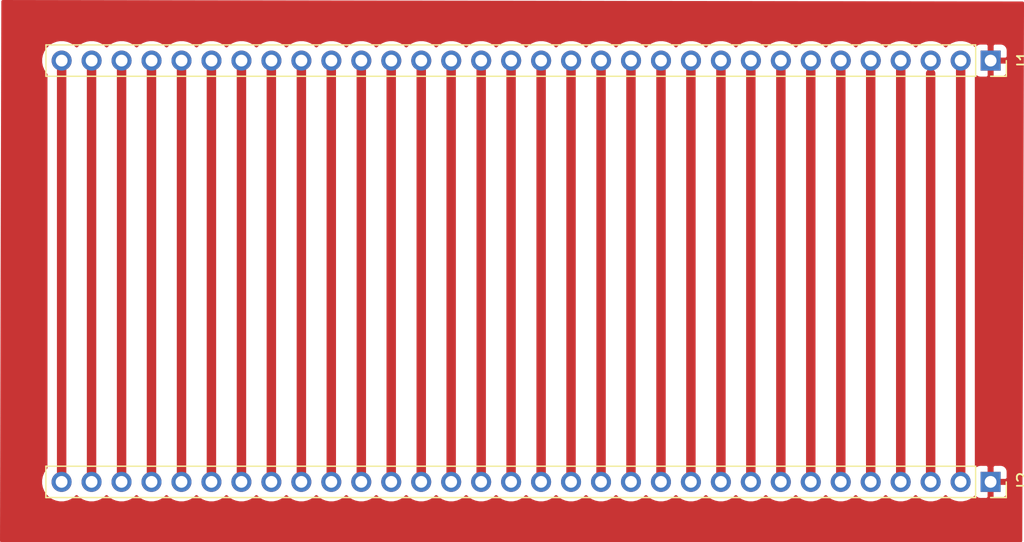
<source format=kicad_pcb>
(kicad_pcb (version 20171130) (host pcbnew 5.1.5+dfsg1-2build2)

  (general
    (thickness 1.6)
    (drawings 0)
    (tracks 63)
    (zones 0)
    (modules 2)
    (nets 33)
  )

  (page A4)
  (layers
    (0 F.Cu signal)
    (31 B.Cu signal hide)
    (32 B.Adhes user hide)
    (33 F.Adhes user hide)
    (34 B.Paste user hide)
    (35 F.Paste user hide)
    (36 B.SilkS user hide)
    (37 F.SilkS user hide)
    (38 B.Mask user hide)
    (39 F.Mask user hide)
    (40 Dwgs.User user hide)
    (41 Cmts.User user hide)
    (42 Eco1.User user hide)
    (43 Eco2.User user hide)
    (44 Edge.Cuts user hide)
    (45 Margin user hide)
    (46 B.CrtYd user hide)
    (47 F.CrtYd user hide)
    (48 B.Fab user hide)
    (49 F.Fab user hide)
  )

  (setup
    (last_trace_width 0.25)
    (trace_clearance 0.2)
    (zone_clearance 0.508)
    (zone_45_only no)
    (trace_min 0.2)
    (via_size 0.8)
    (via_drill 0.4)
    (via_min_size 0.4)
    (via_min_drill 0.3)
    (uvia_size 0.3)
    (uvia_drill 0.1)
    (uvias_allowed no)
    (uvia_min_size 0.2)
    (uvia_min_drill 0.1)
    (edge_width 0.05)
    (segment_width 0.2)
    (pcb_text_width 0.3)
    (pcb_text_size 1.5 1.5)
    (mod_edge_width 0.12)
    (mod_text_size 1 1)
    (mod_text_width 0.15)
    (pad_size 1.524 1.524)
    (pad_drill 0.762)
    (pad_to_mask_clearance 0.051)
    (solder_mask_min_width 0.25)
    (aux_axis_origin 0 0)
    (visible_elements FFFFFF7F)
    (pcbplotparams
      (layerselection 0x010fc_ffffffff)
      (usegerberextensions false)
      (usegerberattributes false)
      (usegerberadvancedattributes false)
      (creategerberjobfile false)
      (excludeedgelayer true)
      (linewidth 0.100000)
      (plotframeref false)
      (viasonmask false)
      (mode 1)
      (useauxorigin false)
      (hpglpennumber 1)
      (hpglpenspeed 20)
      (hpglpendiameter 15.000000)
      (psnegative false)
      (psa4output false)
      (plotreference true)
      (plotvalue true)
      (plotinvisibletext false)
      (padsonsilk false)
      (subtractmaskfromsilk false)
      (outputformat 1)
      (mirror false)
      (drillshape 0)
      (scaleselection 1)
      (outputdirectory ""))
  )

  (net 0 "")
  (net 1 "Net-(J1-Pad32)")
  (net 2 "Net-(J1-Pad31)")
  (net 3 "Net-(J1-Pad30)")
  (net 4 "Net-(J1-Pad29)")
  (net 5 "Net-(J1-Pad28)")
  (net 6 "Net-(J1-Pad27)")
  (net 7 "Net-(J1-Pad26)")
  (net 8 "Net-(J1-Pad25)")
  (net 9 "Net-(J1-Pad24)")
  (net 10 "Net-(J1-Pad23)")
  (net 11 "Net-(J1-Pad22)")
  (net 12 "Net-(J1-Pad21)")
  (net 13 "Net-(J1-Pad20)")
  (net 14 "Net-(J1-Pad19)")
  (net 15 "Net-(J1-Pad18)")
  (net 16 "Net-(J1-Pad17)")
  (net 17 "Net-(J1-Pad16)")
  (net 18 "Net-(J1-Pad15)")
  (net 19 "Net-(J1-Pad14)")
  (net 20 "Net-(J1-Pad13)")
  (net 21 "Net-(J1-Pad12)")
  (net 22 "Net-(J1-Pad11)")
  (net 23 "Net-(J1-Pad10)")
  (net 24 "Net-(J1-Pad9)")
  (net 25 "Net-(J1-Pad8)")
  (net 26 "Net-(J1-Pad7)")
  (net 27 "Net-(J1-Pad6)")
  (net 28 "Net-(J1-Pad5)")
  (net 29 "Net-(J1-Pad4)")
  (net 30 "Net-(J1-Pad3)")
  (net 31 "Net-(J1-Pad2)")
  (net 32 GND)

  (net_class Default "This is the default net class."
    (clearance 0.2)
    (trace_width 0.25)
    (via_dia 0.8)
    (via_drill 0.4)
    (uvia_dia 0.3)
    (uvia_drill 0.1)
    (add_net GND)
  )

  (net_class Clearance ""
    (clearance 0.8)
    (trace_width 0.8)
    (via_dia 0.8)
    (via_drill 0.4)
    (uvia_dia 0.3)
    (uvia_drill 0.1)
    (add_net "Net-(J1-Pad10)")
    (add_net "Net-(J1-Pad11)")
    (add_net "Net-(J1-Pad12)")
    (add_net "Net-(J1-Pad13)")
    (add_net "Net-(J1-Pad14)")
    (add_net "Net-(J1-Pad15)")
    (add_net "Net-(J1-Pad16)")
    (add_net "Net-(J1-Pad17)")
    (add_net "Net-(J1-Pad18)")
    (add_net "Net-(J1-Pad19)")
    (add_net "Net-(J1-Pad2)")
    (add_net "Net-(J1-Pad20)")
    (add_net "Net-(J1-Pad21)")
    (add_net "Net-(J1-Pad22)")
    (add_net "Net-(J1-Pad23)")
    (add_net "Net-(J1-Pad24)")
    (add_net "Net-(J1-Pad25)")
    (add_net "Net-(J1-Pad26)")
    (add_net "Net-(J1-Pad27)")
    (add_net "Net-(J1-Pad28)")
    (add_net "Net-(J1-Pad29)")
    (add_net "Net-(J1-Pad3)")
    (add_net "Net-(J1-Pad30)")
    (add_net "Net-(J1-Pad31)")
    (add_net "Net-(J1-Pad32)")
    (add_net "Net-(J1-Pad4)")
    (add_net "Net-(J1-Pad5)")
    (add_net "Net-(J1-Pad6)")
    (add_net "Net-(J1-Pad7)")
    (add_net "Net-(J1-Pad8)")
    (add_net "Net-(J1-Pad9)")
  )

  (module Connector_PinSocket_2.54mm:PinSocket_1x32_P2.54mm_Vertical (layer F.Cu) (tedit 5A19A422) (tstamp 6051D79A)
    (at 96.45904 17.8054 270)
    (descr "Through hole straight socket strip, 1x32, 2.54mm pitch, single row (from Kicad 4.0.7), script generated")
    (tags "Through hole socket strip THT 1x32 2.54mm single row")
    (path /60523061)
    (fp_text reference J1 (at 0 -2.77 90) (layer F.SilkS)
      (effects (font (size 1 1) (thickness 0.15)))
    )
    (fp_text value Conn_01x32_Female (at 0 81.51 90) (layer F.Fab)
      (effects (font (size 1 1) (thickness 0.15)))
    )
    (fp_line (start -1.27 -1.27) (end 0.635 -1.27) (layer F.Fab) (width 0.1))
    (fp_line (start 0.635 -1.27) (end 1.27 -0.635) (layer F.Fab) (width 0.1))
    (fp_line (start 1.27 -0.635) (end 1.27 80.01) (layer F.Fab) (width 0.1))
    (fp_line (start 1.27 80.01) (end -1.27 80.01) (layer F.Fab) (width 0.1))
    (fp_line (start -1.27 80.01) (end -1.27 -1.27) (layer F.Fab) (width 0.1))
    (fp_line (start -1.33 1.27) (end 1.33 1.27) (layer F.SilkS) (width 0.12))
    (fp_line (start -1.33 1.27) (end -1.33 80.07) (layer F.SilkS) (width 0.12))
    (fp_line (start -1.33 80.07) (end 1.33 80.07) (layer F.SilkS) (width 0.12))
    (fp_line (start 1.33 1.27) (end 1.33 80.07) (layer F.SilkS) (width 0.12))
    (fp_line (start 1.33 -1.33) (end 1.33 0) (layer F.SilkS) (width 0.12))
    (fp_line (start 0 -1.33) (end 1.33 -1.33) (layer F.SilkS) (width 0.12))
    (fp_line (start -1.8 -1.8) (end 1.75 -1.8) (layer F.CrtYd) (width 0.05))
    (fp_line (start 1.75 -1.8) (end 1.75 80.55) (layer F.CrtYd) (width 0.05))
    (fp_line (start 1.75 80.55) (end -1.8 80.55) (layer F.CrtYd) (width 0.05))
    (fp_line (start -1.8 80.55) (end -1.8 -1.8) (layer F.CrtYd) (width 0.05))
    (fp_text user %R (at 0 39.37) (layer F.Fab)
      (effects (font (size 1 1) (thickness 0.15)))
    )
    (pad 1 thru_hole rect (at 0 0 270) (size 1.7 1.7) (drill 1) (layers *.Cu *.Mask)
      (net 32 GND))
    (pad 2 thru_hole oval (at 0 2.54 270) (size 1.7 1.7) (drill 1) (layers *.Cu *.Mask)
      (net 31 "Net-(J1-Pad2)"))
    (pad 3 thru_hole oval (at 0 5.08 270) (size 1.7 1.7) (drill 1) (layers *.Cu *.Mask)
      (net 30 "Net-(J1-Pad3)"))
    (pad 4 thru_hole oval (at 0 7.62 270) (size 1.7 1.7) (drill 1) (layers *.Cu *.Mask)
      (net 29 "Net-(J1-Pad4)"))
    (pad 5 thru_hole oval (at 0 10.16 270) (size 1.7 1.7) (drill 1) (layers *.Cu *.Mask)
      (net 28 "Net-(J1-Pad5)"))
    (pad 6 thru_hole oval (at 0 12.7 270) (size 1.7 1.7) (drill 1) (layers *.Cu *.Mask)
      (net 27 "Net-(J1-Pad6)"))
    (pad 7 thru_hole oval (at 0 15.24 270) (size 1.7 1.7) (drill 1) (layers *.Cu *.Mask)
      (net 26 "Net-(J1-Pad7)"))
    (pad 8 thru_hole oval (at 0 17.78 270) (size 1.7 1.7) (drill 1) (layers *.Cu *.Mask)
      (net 25 "Net-(J1-Pad8)"))
    (pad 9 thru_hole oval (at 0 20.32 270) (size 1.7 1.7) (drill 1) (layers *.Cu *.Mask)
      (net 24 "Net-(J1-Pad9)"))
    (pad 10 thru_hole oval (at 0 22.86 270) (size 1.7 1.7) (drill 1) (layers *.Cu *.Mask)
      (net 23 "Net-(J1-Pad10)"))
    (pad 11 thru_hole oval (at 0 25.4 270) (size 1.7 1.7) (drill 1) (layers *.Cu *.Mask)
      (net 22 "Net-(J1-Pad11)"))
    (pad 12 thru_hole oval (at 0 27.94 270) (size 1.7 1.7) (drill 1) (layers *.Cu *.Mask)
      (net 21 "Net-(J1-Pad12)"))
    (pad 13 thru_hole oval (at 0 30.48 270) (size 1.7 1.7) (drill 1) (layers *.Cu *.Mask)
      (net 20 "Net-(J1-Pad13)"))
    (pad 14 thru_hole oval (at 0 33.02 270) (size 1.7 1.7) (drill 1) (layers *.Cu *.Mask)
      (net 19 "Net-(J1-Pad14)"))
    (pad 15 thru_hole oval (at 0 35.56 270) (size 1.7 1.7) (drill 1) (layers *.Cu *.Mask)
      (net 18 "Net-(J1-Pad15)"))
    (pad 16 thru_hole oval (at 0 38.1 270) (size 1.7 1.7) (drill 1) (layers *.Cu *.Mask)
      (net 17 "Net-(J1-Pad16)"))
    (pad 17 thru_hole oval (at 0 40.64 270) (size 1.7 1.7) (drill 1) (layers *.Cu *.Mask)
      (net 16 "Net-(J1-Pad17)"))
    (pad 18 thru_hole oval (at 0 43.18 270) (size 1.7 1.7) (drill 1) (layers *.Cu *.Mask)
      (net 15 "Net-(J1-Pad18)"))
    (pad 19 thru_hole oval (at 0 45.72 270) (size 1.7 1.7) (drill 1) (layers *.Cu *.Mask)
      (net 14 "Net-(J1-Pad19)"))
    (pad 20 thru_hole oval (at 0 48.26 270) (size 1.7 1.7) (drill 1) (layers *.Cu *.Mask)
      (net 13 "Net-(J1-Pad20)"))
    (pad 21 thru_hole oval (at 0 50.8 270) (size 1.7 1.7) (drill 1) (layers *.Cu *.Mask)
      (net 12 "Net-(J1-Pad21)"))
    (pad 22 thru_hole oval (at 0 53.34 270) (size 1.7 1.7) (drill 1) (layers *.Cu *.Mask)
      (net 11 "Net-(J1-Pad22)"))
    (pad 23 thru_hole oval (at 0 55.88 270) (size 1.7 1.7) (drill 1) (layers *.Cu *.Mask)
      (net 10 "Net-(J1-Pad23)"))
    (pad 24 thru_hole oval (at 0 58.42 270) (size 1.7 1.7) (drill 1) (layers *.Cu *.Mask)
      (net 9 "Net-(J1-Pad24)"))
    (pad 25 thru_hole oval (at 0 60.96 270) (size 1.7 1.7) (drill 1) (layers *.Cu *.Mask)
      (net 8 "Net-(J1-Pad25)"))
    (pad 26 thru_hole oval (at 0 63.5 270) (size 1.7 1.7) (drill 1) (layers *.Cu *.Mask)
      (net 7 "Net-(J1-Pad26)"))
    (pad 27 thru_hole oval (at 0 66.04 270) (size 1.7 1.7) (drill 1) (layers *.Cu *.Mask)
      (net 6 "Net-(J1-Pad27)"))
    (pad 28 thru_hole oval (at 0 68.58 270) (size 1.7 1.7) (drill 1) (layers *.Cu *.Mask)
      (net 5 "Net-(J1-Pad28)"))
    (pad 29 thru_hole oval (at 0 71.12 270) (size 1.7 1.7) (drill 1) (layers *.Cu *.Mask)
      (net 4 "Net-(J1-Pad29)"))
    (pad 30 thru_hole oval (at 0 73.66 270) (size 1.7 1.7) (drill 1) (layers *.Cu *.Mask)
      (net 3 "Net-(J1-Pad30)"))
    (pad 31 thru_hole oval (at 0 76.2 270) (size 1.7 1.7) (drill 1) (layers *.Cu *.Mask)
      (net 2 "Net-(J1-Pad31)"))
    (pad 32 thru_hole oval (at 0 78.74 270) (size 1.7 1.7) (drill 1) (layers *.Cu *.Mask)
      (net 1 "Net-(J1-Pad32)"))
    (model ${KISYS3DMOD}/Connector_PinSocket_2.54mm.3dshapes/PinSocket_1x32_P2.54mm_Vertical.wrl
      (at (xyz 0 0 0))
      (scale (xyz 1 1 1))
      (rotate (xyz 0 0 0))
    )
  )

  (module Connector_PinSocket_2.54mm:PinSocket_1x32_P2.54mm_Vertical (layer F.Cu) (tedit 5A19A422) (tstamp 6051D7CE)
    (at 96.45396 53.54574 270)
    (descr "Through hole straight socket strip, 1x32, 2.54mm pitch, single row (from Kicad 4.0.7), script generated")
    (tags "Through hole socket strip THT 1x32 2.54mm single row")
    (path /6052A09E)
    (fp_text reference J2 (at 0 -2.77 90) (layer F.SilkS)
      (effects (font (size 1 1) (thickness 0.15)))
    )
    (fp_text value Conn_01x32_Female (at 0 81.51 90) (layer F.Fab)
      (effects (font (size 1 1) (thickness 0.15)))
    )
    (fp_line (start -1.27 -1.27) (end 0.635 -1.27) (layer F.Fab) (width 0.1))
    (fp_line (start 0.635 -1.27) (end 1.27 -0.635) (layer F.Fab) (width 0.1))
    (fp_line (start 1.27 -0.635) (end 1.27 80.01) (layer F.Fab) (width 0.1))
    (fp_line (start 1.27 80.01) (end -1.27 80.01) (layer F.Fab) (width 0.1))
    (fp_line (start -1.27 80.01) (end -1.27 -1.27) (layer F.Fab) (width 0.1))
    (fp_line (start -1.33 1.27) (end 1.33 1.27) (layer F.SilkS) (width 0.12))
    (fp_line (start -1.33 1.27) (end -1.33 80.07) (layer F.SilkS) (width 0.12))
    (fp_line (start -1.33 80.07) (end 1.33 80.07) (layer F.SilkS) (width 0.12))
    (fp_line (start 1.33 1.27) (end 1.33 80.07) (layer F.SilkS) (width 0.12))
    (fp_line (start 1.33 -1.33) (end 1.33 0) (layer F.SilkS) (width 0.12))
    (fp_line (start 0 -1.33) (end 1.33 -1.33) (layer F.SilkS) (width 0.12))
    (fp_line (start -1.8 -1.8) (end 1.75 -1.8) (layer F.CrtYd) (width 0.05))
    (fp_line (start 1.75 -1.8) (end 1.75 80.55) (layer F.CrtYd) (width 0.05))
    (fp_line (start 1.75 80.55) (end -1.8 80.55) (layer F.CrtYd) (width 0.05))
    (fp_line (start -1.8 80.55) (end -1.8 -1.8) (layer F.CrtYd) (width 0.05))
    (fp_text user %R (at 0 39.37) (layer F.Fab)
      (effects (font (size 1 1) (thickness 0.15)))
    )
    (pad 1 thru_hole rect (at 0 0 270) (size 1.7 1.7) (drill 1) (layers *.Cu *.Mask)
      (net 32 GND))
    (pad 2 thru_hole oval (at 0 2.54 270) (size 1.7 1.7) (drill 1) (layers *.Cu *.Mask)
      (net 31 "Net-(J1-Pad2)"))
    (pad 3 thru_hole oval (at 0 5.08 270) (size 1.7 1.7) (drill 1) (layers *.Cu *.Mask)
      (net 30 "Net-(J1-Pad3)"))
    (pad 4 thru_hole oval (at 0 7.62 270) (size 1.7 1.7) (drill 1) (layers *.Cu *.Mask)
      (net 29 "Net-(J1-Pad4)"))
    (pad 5 thru_hole oval (at 0 10.16 270) (size 1.7 1.7) (drill 1) (layers *.Cu *.Mask)
      (net 28 "Net-(J1-Pad5)"))
    (pad 6 thru_hole oval (at 0 12.7 270) (size 1.7 1.7) (drill 1) (layers *.Cu *.Mask)
      (net 27 "Net-(J1-Pad6)"))
    (pad 7 thru_hole oval (at 0 15.24 270) (size 1.7 1.7) (drill 1) (layers *.Cu *.Mask)
      (net 26 "Net-(J1-Pad7)"))
    (pad 8 thru_hole oval (at 0 17.78 270) (size 1.7 1.7) (drill 1) (layers *.Cu *.Mask)
      (net 25 "Net-(J1-Pad8)"))
    (pad 9 thru_hole oval (at 0 20.32 270) (size 1.7 1.7) (drill 1) (layers *.Cu *.Mask)
      (net 24 "Net-(J1-Pad9)"))
    (pad 10 thru_hole oval (at 0 22.86 270) (size 1.7 1.7) (drill 1) (layers *.Cu *.Mask)
      (net 23 "Net-(J1-Pad10)"))
    (pad 11 thru_hole oval (at 0 25.4 270) (size 1.7 1.7) (drill 1) (layers *.Cu *.Mask)
      (net 22 "Net-(J1-Pad11)"))
    (pad 12 thru_hole oval (at 0 27.94 270) (size 1.7 1.7) (drill 1) (layers *.Cu *.Mask)
      (net 21 "Net-(J1-Pad12)"))
    (pad 13 thru_hole oval (at 0 30.48 270) (size 1.7 1.7) (drill 1) (layers *.Cu *.Mask)
      (net 20 "Net-(J1-Pad13)"))
    (pad 14 thru_hole oval (at 0 33.02 270) (size 1.7 1.7) (drill 1) (layers *.Cu *.Mask)
      (net 19 "Net-(J1-Pad14)"))
    (pad 15 thru_hole oval (at 0 35.56 270) (size 1.7 1.7) (drill 1) (layers *.Cu *.Mask)
      (net 18 "Net-(J1-Pad15)"))
    (pad 16 thru_hole oval (at 0 38.1 270) (size 1.7 1.7) (drill 1) (layers *.Cu *.Mask)
      (net 17 "Net-(J1-Pad16)"))
    (pad 17 thru_hole oval (at 0 40.64 270) (size 1.7 1.7) (drill 1) (layers *.Cu *.Mask)
      (net 16 "Net-(J1-Pad17)"))
    (pad 18 thru_hole oval (at 0 43.18 270) (size 1.7 1.7) (drill 1) (layers *.Cu *.Mask)
      (net 15 "Net-(J1-Pad18)"))
    (pad 19 thru_hole oval (at 0 45.72 270) (size 1.7 1.7) (drill 1) (layers *.Cu *.Mask)
      (net 14 "Net-(J1-Pad19)"))
    (pad 20 thru_hole oval (at 0 48.26 270) (size 1.7 1.7) (drill 1) (layers *.Cu *.Mask)
      (net 13 "Net-(J1-Pad20)"))
    (pad 21 thru_hole oval (at 0 50.8 270) (size 1.7 1.7) (drill 1) (layers *.Cu *.Mask)
      (net 12 "Net-(J1-Pad21)"))
    (pad 22 thru_hole oval (at 0 53.34 270) (size 1.7 1.7) (drill 1) (layers *.Cu *.Mask)
      (net 11 "Net-(J1-Pad22)"))
    (pad 23 thru_hole oval (at 0 55.88 270) (size 1.7 1.7) (drill 1) (layers *.Cu *.Mask)
      (net 10 "Net-(J1-Pad23)"))
    (pad 24 thru_hole oval (at 0 58.42 270) (size 1.7 1.7) (drill 1) (layers *.Cu *.Mask)
      (net 9 "Net-(J1-Pad24)"))
    (pad 25 thru_hole oval (at 0 60.96 270) (size 1.7 1.7) (drill 1) (layers *.Cu *.Mask)
      (net 8 "Net-(J1-Pad25)"))
    (pad 26 thru_hole oval (at 0 63.5 270) (size 1.7 1.7) (drill 1) (layers *.Cu *.Mask)
      (net 7 "Net-(J1-Pad26)"))
    (pad 27 thru_hole oval (at 0 66.04 270) (size 1.7 1.7) (drill 1) (layers *.Cu *.Mask)
      (net 6 "Net-(J1-Pad27)"))
    (pad 28 thru_hole oval (at 0 68.58 270) (size 1.7 1.7) (drill 1) (layers *.Cu *.Mask)
      (net 5 "Net-(J1-Pad28)"))
    (pad 29 thru_hole oval (at 0 71.12 270) (size 1.7 1.7) (drill 1) (layers *.Cu *.Mask)
      (net 4 "Net-(J1-Pad29)"))
    (pad 30 thru_hole oval (at 0 73.66 270) (size 1.7 1.7) (drill 1) (layers *.Cu *.Mask)
      (net 3 "Net-(J1-Pad30)"))
    (pad 31 thru_hole oval (at 0 76.2 270) (size 1.7 1.7) (drill 1) (layers *.Cu *.Mask)
      (net 2 "Net-(J1-Pad31)"))
    (pad 32 thru_hole oval (at 0 78.74 270) (size 1.7 1.7) (drill 1) (layers *.Cu *.Mask)
      (net 1 "Net-(J1-Pad32)"))
    (model ${KISYS3DMOD}/Connector_PinSocket_2.54mm.3dshapes/PinSocket_1x32_P2.54mm_Vertical.wrl
      (at (xyz 0 0 0))
      (scale (xyz 1 1 1))
      (rotate (xyz 0 0 0))
    )
  )

  (segment (start 17.71904 53.54066) (end 17.71396 53.54574) (width 0.8) (layer F.Cu) (net 1))
  (segment (start 17.71904 17.8054) (end 17.71904 53.54066) (width 0.8) (layer F.Cu) (net 1))
  (segment (start 20.25396 17.81048) (end 20.25904 17.8054) (width 0.8) (layer F.Cu) (net 2))
  (segment (start 20.25396 53.54574) (end 20.25396 17.81048) (width 0.8) (layer F.Cu) (net 2))
  (segment (start 22.79904 53.54066) (end 22.79396 53.54574) (width 0.8) (layer F.Cu) (net 3))
  (segment (start 22.79904 17.8054) (end 22.79904 53.54066) (width 0.8) (layer F.Cu) (net 3))
  (segment (start 25.33396 17.81048) (end 25.33904 17.8054) (width 0.8) (layer F.Cu) (net 4))
  (segment (start 25.33396 53.54574) (end 25.33396 17.81048) (width 0.8) (layer F.Cu) (net 4))
  (segment (start 27.87904 53.54066) (end 27.87396 53.54574) (width 0.8) (layer F.Cu) (net 5))
  (segment (start 27.87904 17.8054) (end 27.87904 53.54066) (width 0.8) (layer F.Cu) (net 5))
  (segment (start 30.41396 17.81048) (end 30.41904 17.8054) (width 0.8) (layer F.Cu) (net 6))
  (segment (start 30.41396 53.54574) (end 30.41396 17.81048) (width 0.8) (layer F.Cu) (net 6))
  (segment (start 32.95904 53.54066) (end 32.95396 53.54574) (width 0.8) (layer F.Cu) (net 7))
  (segment (start 32.95904 17.8054) (end 32.95904 53.54066) (width 0.8) (layer F.Cu) (net 7))
  (segment (start 35.49396 17.81048) (end 35.49904 17.8054) (width 0.8) (layer F.Cu) (net 8))
  (segment (start 35.49396 53.54574) (end 35.49396 17.81048) (width 0.8) (layer F.Cu) (net 8))
  (segment (start 38.03904 53.54066) (end 38.03396 53.54574) (width 0.8) (layer F.Cu) (net 9))
  (segment (start 38.03904 17.8054) (end 38.03904 53.54066) (width 0.8) (layer F.Cu) (net 9))
  (segment (start 40.57396 17.81048) (end 40.57904 17.8054) (width 0.8) (layer F.Cu) (net 10))
  (segment (start 40.57396 53.54574) (end 40.57396 17.81048) (width 0.8) (layer F.Cu) (net 10))
  (segment (start 43.11904 53.54066) (end 43.11396 53.54574) (width 0.8) (layer F.Cu) (net 11))
  (segment (start 43.11904 17.8054) (end 43.11904 53.54066) (width 0.8) (layer F.Cu) (net 11))
  (segment (start 45.65396 17.81048) (end 45.65904 17.8054) (width 0.8) (layer F.Cu) (net 12))
  (segment (start 45.65396 53.54574) (end 45.65396 17.81048) (width 0.8) (layer F.Cu) (net 12))
  (segment (start 48.19904 53.54066) (end 48.19396 53.54574) (width 0.8) (layer F.Cu) (net 13))
  (segment (start 48.19904 17.8054) (end 48.19904 53.54066) (width 0.8) (layer F.Cu) (net 13))
  (segment (start 50.73396 17.81048) (end 50.73904 17.8054) (width 0.8) (layer F.Cu) (net 14))
  (segment (start 50.73396 53.54574) (end 50.73396 17.81048) (width 0.8) (layer F.Cu) (net 14))
  (segment (start 53.27904 53.54066) (end 53.27396 53.54574) (width 0.8) (layer F.Cu) (net 15))
  (segment (start 53.27904 17.8054) (end 53.27904 53.54066) (width 0.8) (layer F.Cu) (net 15))
  (segment (start 55.81396 17.81048) (end 55.81904 17.8054) (width 0.8) (layer F.Cu) (net 16))
  (segment (start 55.81396 53.54574) (end 55.81396 17.81048) (width 0.8) (layer F.Cu) (net 16))
  (segment (start 58.35904 53.54066) (end 58.35396 53.54574) (width 0.8) (layer F.Cu) (net 17))
  (segment (start 58.35904 17.8054) (end 58.35904 53.54066) (width 0.8) (layer F.Cu) (net 17))
  (segment (start 60.89396 17.81048) (end 60.89904 17.8054) (width 0.8) (layer F.Cu) (net 18))
  (segment (start 60.89396 53.54574) (end 60.89396 17.81048) (width 0.8) (layer F.Cu) (net 18))
  (segment (start 63.43904 53.54066) (end 63.43396 53.54574) (width 0.8) (layer F.Cu) (net 19))
  (segment (start 63.43904 17.8054) (end 63.43904 53.54066) (width 0.8) (layer F.Cu) (net 19))
  (segment (start 65.97396 17.81048) (end 65.97904 17.8054) (width 0.8) (layer F.Cu) (net 20))
  (segment (start 65.97396 53.54574) (end 65.97396 17.81048) (width 0.8) (layer F.Cu) (net 20))
  (segment (start 68.51904 53.54066) (end 68.51396 53.54574) (width 0.8) (layer F.Cu) (net 21))
  (segment (start 68.51904 17.8054) (end 68.51904 53.54066) (width 0.8) (layer F.Cu) (net 21))
  (segment (start 71.05396 17.81048) (end 71.05904 17.8054) (width 0.8) (layer F.Cu) (net 22))
  (segment (start 71.05396 53.54574) (end 71.05396 17.81048) (width 0.8) (layer F.Cu) (net 22))
  (segment (start 73.59904 53.54066) (end 73.59396 53.54574) (width 0.8) (layer F.Cu) (net 23))
  (segment (start 73.59904 17.8054) (end 73.59904 53.54066) (width 0.8) (layer F.Cu) (net 23))
  (segment (start 76.13396 17.81048) (end 76.13904 17.8054) (width 0.8) (layer F.Cu) (net 24))
  (segment (start 76.13396 53.54574) (end 76.13396 17.81048) (width 0.8) (layer F.Cu) (net 24))
  (segment (start 78.67904 53.54066) (end 78.67396 53.54574) (width 0.8) (layer F.Cu) (net 25))
  (segment (start 78.67904 17.8054) (end 78.67904 53.54066) (width 0.8) (layer F.Cu) (net 25))
  (segment (start 81.21396 17.81048) (end 81.21904 17.8054) (width 0.8) (layer F.Cu) (net 26))
  (segment (start 81.21396 53.54574) (end 81.21396 17.81048) (width 0.8) (layer F.Cu) (net 26))
  (segment (start 83.75904 53.54066) (end 83.75396 53.54574) (width 0.8) (layer F.Cu) (net 27))
  (segment (start 83.75904 17.8054) (end 83.75904 53.54066) (width 0.8) (layer F.Cu) (net 27))
  (segment (start 86.29396 17.81048) (end 86.29904 17.8054) (width 0.8) (layer F.Cu) (net 28))
  (segment (start 86.29396 53.54574) (end 86.29396 17.81048) (width 0.8) (layer F.Cu) (net 28))
  (segment (start 88.83904 53.54066) (end 88.83396 53.54574) (width 0.8) (layer F.Cu) (net 29))
  (segment (start 88.83904 17.8054) (end 88.83904 53.54066) (width 0.8) (layer F.Cu) (net 29))
  (segment (start 91.37396 53.54574) (end 91.37396 18.90014) (width 0.8) (layer F.Cu) (net 30))
  (segment (start 93.91904 53.54066) (end 93.91396 53.54574) (width 0.8) (layer F.Cu) (net 31))
  (segment (start 93.91904 17.8054) (end 93.91904 53.54066) (width 0.8) (layer F.Cu) (net 31))
  (segment (start 96.45904 53.54066) (end 96.45396 53.54574) (width 0.25) (layer F.Cu) (net 32))
  (segment (start 96.45904 17.8054) (end 96.45904 53.54066) (width 0.25) (layer F.Cu) (net 32))

  (zone (net 32) (net_name GND) (layer F.Cu) (tstamp 6051ED65) (hatch edge 0.508)
    (connect_pads (clearance 0.508))
    (min_thickness 0.254)
    (fill yes (arc_segments 32) (thermal_gap 0.508) (thermal_bridge_width 0.508))
    (polygon
      (pts
        (xy 99.2886 12.79144) (xy 99.13874 58.66384) (xy 12.49426 58.66384) (xy 12.60602 12.66444)
      )
    )
    (filled_polygon
      (pts
        (xy 99.161185 12.918254) (xy 99.012155 58.53684) (xy 12.621569 58.53684) (xy 12.63412 53.370721) (xy 15.93696 53.370721)
        (xy 15.93696 53.720759) (xy 16.005249 54.064072) (xy 16.139203 54.387465) (xy 16.333674 54.678511) (xy 16.581189 54.926026)
        (xy 16.872235 55.120497) (xy 17.195628 55.254451) (xy 17.538941 55.32274) (xy 17.888979 55.32274) (xy 18.232292 55.254451)
        (xy 18.555685 55.120497) (xy 18.846731 54.926026) (xy 18.98396 54.788797) (xy 19.121189 54.926026) (xy 19.412235 55.120497)
        (xy 19.735628 55.254451) (xy 20.078941 55.32274) (xy 20.428979 55.32274) (xy 20.772292 55.254451) (xy 21.095685 55.120497)
        (xy 21.386731 54.926026) (xy 21.52396 54.788797) (xy 21.661189 54.926026) (xy 21.952235 55.120497) (xy 22.275628 55.254451)
        (xy 22.618941 55.32274) (xy 22.968979 55.32274) (xy 23.312292 55.254451) (xy 23.635685 55.120497) (xy 23.926731 54.926026)
        (xy 24.06396 54.788797) (xy 24.201189 54.926026) (xy 24.492235 55.120497) (xy 24.815628 55.254451) (xy 25.158941 55.32274)
        (xy 25.508979 55.32274) (xy 25.852292 55.254451) (xy 26.175685 55.120497) (xy 26.466731 54.926026) (xy 26.60396 54.788797)
        (xy 26.741189 54.926026) (xy 27.032235 55.120497) (xy 27.355628 55.254451) (xy 27.698941 55.32274) (xy 28.048979 55.32274)
        (xy 28.392292 55.254451) (xy 28.715685 55.120497) (xy 29.006731 54.926026) (xy 29.14396 54.788797) (xy 29.281189 54.926026)
        (xy 29.572235 55.120497) (xy 29.895628 55.254451) (xy 30.238941 55.32274) (xy 30.588979 55.32274) (xy 30.932292 55.254451)
        (xy 31.255685 55.120497) (xy 31.546731 54.926026) (xy 31.68396 54.788797) (xy 31.821189 54.926026) (xy 32.112235 55.120497)
        (xy 32.435628 55.254451) (xy 32.778941 55.32274) (xy 33.128979 55.32274) (xy 33.472292 55.254451) (xy 33.795685 55.120497)
        (xy 34.086731 54.926026) (xy 34.22396 54.788797) (xy 34.361189 54.926026) (xy 34.652235 55.120497) (xy 34.975628 55.254451)
        (xy 35.318941 55.32274) (xy 35.668979 55.32274) (xy 36.012292 55.254451) (xy 36.335685 55.120497) (xy 36.626731 54.926026)
        (xy 36.76396 54.788797) (xy 36.901189 54.926026) (xy 37.192235 55.120497) (xy 37.515628 55.254451) (xy 37.858941 55.32274)
        (xy 38.208979 55.32274) (xy 38.552292 55.254451) (xy 38.875685 55.120497) (xy 39.166731 54.926026) (xy 39.30396 54.788797)
        (xy 39.441189 54.926026) (xy 39.732235 55.120497) (xy 40.055628 55.254451) (xy 40.398941 55.32274) (xy 40.748979 55.32274)
        (xy 41.092292 55.254451) (xy 41.415685 55.120497) (xy 41.706731 54.926026) (xy 41.84396 54.788797) (xy 41.981189 54.926026)
        (xy 42.272235 55.120497) (xy 42.595628 55.254451) (xy 42.938941 55.32274) (xy 43.288979 55.32274) (xy 43.632292 55.254451)
        (xy 43.955685 55.120497) (xy 44.246731 54.926026) (xy 44.38396 54.788797) (xy 44.521189 54.926026) (xy 44.812235 55.120497)
        (xy 45.135628 55.254451) (xy 45.478941 55.32274) (xy 45.828979 55.32274) (xy 46.172292 55.254451) (xy 46.495685 55.120497)
        (xy 46.786731 54.926026) (xy 46.92396 54.788797) (xy 47.061189 54.926026) (xy 47.352235 55.120497) (xy 47.675628 55.254451)
        (xy 48.018941 55.32274) (xy 48.368979 55.32274) (xy 48.712292 55.254451) (xy 49.035685 55.120497) (xy 49.326731 54.926026)
        (xy 49.46396 54.788797) (xy 49.601189 54.926026) (xy 49.892235 55.120497) (xy 50.215628 55.254451) (xy 50.558941 55.32274)
        (xy 50.908979 55.32274) (xy 51.252292 55.254451) (xy 51.575685 55.120497) (xy 51.866731 54.926026) (xy 52.00396 54.788797)
        (xy 52.141189 54.926026) (xy 52.432235 55.120497) (xy 52.755628 55.254451) (xy 53.098941 55.32274) (xy 53.448979 55.32274)
        (xy 53.792292 55.254451) (xy 54.115685 55.120497) (xy 54.406731 54.926026) (xy 54.54396 54.788797) (xy 54.681189 54.926026)
        (xy 54.972235 55.120497) (xy 55.295628 55.254451) (xy 55.638941 55.32274) (xy 55.988979 55.32274) (xy 56.332292 55.254451)
        (xy 56.655685 55.120497) (xy 56.946731 54.926026) (xy 57.08396 54.788797) (xy 57.221189 54.926026) (xy 57.512235 55.120497)
        (xy 57.835628 55.254451) (xy 58.178941 55.32274) (xy 58.528979 55.32274) (xy 58.872292 55.254451) (xy 59.195685 55.120497)
        (xy 59.486731 54.926026) (xy 59.62396 54.788797) (xy 59.761189 54.926026) (xy 60.052235 55.120497) (xy 60.375628 55.254451)
        (xy 60.718941 55.32274) (xy 61.068979 55.32274) (xy 61.412292 55.254451) (xy 61.735685 55.120497) (xy 62.026731 54.926026)
        (xy 62.16396 54.788797) (xy 62.301189 54.926026) (xy 62.592235 55.120497) (xy 62.915628 55.254451) (xy 63.258941 55.32274)
        (xy 63.608979 55.32274) (xy 63.952292 55.254451) (xy 64.275685 55.120497) (xy 64.566731 54.926026) (xy 64.70396 54.788797)
        (xy 64.841189 54.926026) (xy 65.132235 55.120497) (xy 65.455628 55.254451) (xy 65.798941 55.32274) (xy 66.148979 55.32274)
        (xy 66.492292 55.254451) (xy 66.815685 55.120497) (xy 67.106731 54.926026) (xy 67.24396 54.788797) (xy 67.381189 54.926026)
        (xy 67.672235 55.120497) (xy 67.995628 55.254451) (xy 68.338941 55.32274) (xy 68.688979 55.32274) (xy 69.032292 55.254451)
        (xy 69.355685 55.120497) (xy 69.646731 54.926026) (xy 69.78396 54.788797) (xy 69.921189 54.926026) (xy 70.212235 55.120497)
        (xy 70.535628 55.254451) (xy 70.878941 55.32274) (xy 71.228979 55.32274) (xy 71.572292 55.254451) (xy 71.895685 55.120497)
        (xy 72.186731 54.926026) (xy 72.32396 54.788797) (xy 72.461189 54.926026) (xy 72.752235 55.120497) (xy 73.075628 55.254451)
        (xy 73.418941 55.32274) (xy 73.768979 55.32274) (xy 74.112292 55.254451) (xy 74.435685 55.120497) (xy 74.726731 54.926026)
        (xy 74.86396 54.788797) (xy 75.001189 54.926026) (xy 75.292235 55.120497) (xy 75.615628 55.254451) (xy 75.958941 55.32274)
        (xy 76.308979 55.32274) (xy 76.652292 55.254451) (xy 76.975685 55.120497) (xy 77.266731 54.926026) (xy 77.40396 54.788797)
        (xy 77.541189 54.926026) (xy 77.832235 55.120497) (xy 78.155628 55.254451) (xy 78.498941 55.32274) (xy 78.848979 55.32274)
        (xy 79.192292 55.254451) (xy 79.515685 55.120497) (xy 79.806731 54.926026) (xy 79.94396 54.788797) (xy 80.081189 54.926026)
        (xy 80.372235 55.120497) (xy 80.695628 55.254451) (xy 81.038941 55.32274) (xy 81.388979 55.32274) (xy 81.732292 55.254451)
        (xy 82.055685 55.120497) (xy 82.346731 54.926026) (xy 82.48396 54.788797) (xy 82.621189 54.926026) (xy 82.912235 55.120497)
        (xy 83.235628 55.254451) (xy 83.578941 55.32274) (xy 83.928979 55.32274) (xy 84.272292 55.254451) (xy 84.595685 55.120497)
        (xy 84.886731 54.926026) (xy 85.02396 54.788797) (xy 85.161189 54.926026) (xy 85.452235 55.120497) (xy 85.775628 55.254451)
        (xy 86.118941 55.32274) (xy 86.468979 55.32274) (xy 86.812292 55.254451) (xy 87.135685 55.120497) (xy 87.426731 54.926026)
        (xy 87.56396 54.788797) (xy 87.701189 54.926026) (xy 87.992235 55.120497) (xy 88.315628 55.254451) (xy 88.658941 55.32274)
        (xy 89.008979 55.32274) (xy 89.352292 55.254451) (xy 89.675685 55.120497) (xy 89.966731 54.926026) (xy 90.10396 54.788797)
        (xy 90.241189 54.926026) (xy 90.532235 55.120497) (xy 90.855628 55.254451) (xy 91.198941 55.32274) (xy 91.548979 55.32274)
        (xy 91.892292 55.254451) (xy 92.215685 55.120497) (xy 92.506731 54.926026) (xy 92.64396 54.788797) (xy 92.781189 54.926026)
        (xy 93.072235 55.120497) (xy 93.395628 55.254451) (xy 93.738941 55.32274) (xy 94.088979 55.32274) (xy 94.432292 55.254451)
        (xy 94.755685 55.120497) (xy 95.046731 54.926026) (xy 95.14063 54.832127) (xy 95.152775 54.846925) (xy 95.249466 54.926277)
        (xy 95.35978 54.985242) (xy 95.479478 55.021552) (xy 95.60396 55.033812) (xy 96.16821 55.03074) (xy 96.32696 54.87199)
        (xy 96.32696 53.67274) (xy 96.58096 53.67274) (xy 96.58096 54.87199) (xy 96.73971 55.03074) (xy 97.30396 55.033812)
        (xy 97.428442 55.021552) (xy 97.54814 54.985242) (xy 97.658454 54.926277) (xy 97.755145 54.846925) (xy 97.834497 54.750234)
        (xy 97.893462 54.63992) (xy 97.929772 54.520222) (xy 97.942032 54.39574) (xy 97.93896 53.83149) (xy 97.78021 53.67274)
        (xy 96.58096 53.67274) (xy 96.32696 53.67274) (xy 96.30696 53.67274) (xy 96.30696 53.41874) (xy 96.32696 53.41874)
        (xy 96.32696 52.21949) (xy 96.58096 52.21949) (xy 96.58096 53.41874) (xy 97.78021 53.41874) (xy 97.93896 53.25999)
        (xy 97.942032 52.69574) (xy 97.929772 52.571258) (xy 97.893462 52.45156) (xy 97.834497 52.341246) (xy 97.755145 52.244555)
        (xy 97.658454 52.165203) (xy 97.54814 52.106238) (xy 97.428442 52.069928) (xy 97.30396 52.057668) (xy 96.73971 52.06074)
        (xy 96.58096 52.21949) (xy 96.32696 52.21949) (xy 96.16821 52.06074) (xy 95.60396 52.057668) (xy 95.479478 52.069928)
        (xy 95.35978 52.106238) (xy 95.249466 52.165203) (xy 95.24604 52.168015) (xy 95.24604 19.178956) (xy 95.254546 19.185937)
        (xy 95.36486 19.244902) (xy 95.484558 19.281212) (xy 95.60904 19.293472) (xy 96.17329 19.2904) (xy 96.33204 19.13165)
        (xy 96.33204 17.9324) (xy 96.58604 17.9324) (xy 96.58604 19.13165) (xy 96.74479 19.2904) (xy 97.30904 19.293472)
        (xy 97.433522 19.281212) (xy 97.55322 19.244902) (xy 97.663534 19.185937) (xy 97.760225 19.106585) (xy 97.839577 19.009894)
        (xy 97.898542 18.89958) (xy 97.934852 18.779882) (xy 97.947112 18.6554) (xy 97.94404 18.09115) (xy 97.78529 17.9324)
        (xy 96.58604 17.9324) (xy 96.33204 17.9324) (xy 96.31204 17.9324) (xy 96.31204 17.6784) (xy 96.33204 17.6784)
        (xy 96.33204 16.47915) (xy 96.58604 16.47915) (xy 96.58604 17.6784) (xy 97.78529 17.6784) (xy 97.94404 17.51965)
        (xy 97.947112 16.9554) (xy 97.934852 16.830918) (xy 97.898542 16.71122) (xy 97.839577 16.600906) (xy 97.760225 16.504215)
        (xy 97.663534 16.424863) (xy 97.55322 16.365898) (xy 97.433522 16.329588) (xy 97.30904 16.317328) (xy 96.74479 16.3204)
        (xy 96.58604 16.47915) (xy 96.33204 16.47915) (xy 96.17329 16.3204) (xy 95.60904 16.317328) (xy 95.484558 16.329588)
        (xy 95.36486 16.365898) (xy 95.254546 16.424863) (xy 95.157855 16.504215) (xy 95.14571 16.519013) (xy 95.051811 16.425114)
        (xy 94.760765 16.230643) (xy 94.437372 16.096689) (xy 94.094059 16.0284) (xy 93.744021 16.0284) (xy 93.400708 16.096689)
        (xy 93.077315 16.230643) (xy 92.786269 16.425114) (xy 92.64904 16.562343) (xy 92.511811 16.425114) (xy 92.220765 16.230643)
        (xy 91.897372 16.096689) (xy 91.554059 16.0284) (xy 91.204021 16.0284) (xy 90.860708 16.096689) (xy 90.537315 16.230643)
        (xy 90.246269 16.425114) (xy 90.10904 16.562343) (xy 89.971811 16.425114) (xy 89.680765 16.230643) (xy 89.357372 16.096689)
        (xy 89.014059 16.0284) (xy 88.664021 16.0284) (xy 88.320708 16.096689) (xy 87.997315 16.230643) (xy 87.706269 16.425114)
        (xy 87.56904 16.562343) (xy 87.431811 16.425114) (xy 87.140765 16.230643) (xy 86.817372 16.096689) (xy 86.474059 16.0284)
        (xy 86.124021 16.0284) (xy 85.780708 16.096689) (xy 85.457315 16.230643) (xy 85.166269 16.425114) (xy 85.02904 16.562343)
        (xy 84.891811 16.425114) (xy 84.600765 16.230643) (xy 84.277372 16.096689) (xy 83.934059 16.0284) (xy 83.584021 16.0284)
        (xy 83.240708 16.096689) (xy 82.917315 16.230643) (xy 82.626269 16.425114) (xy 82.48904 16.562343) (xy 82.351811 16.425114)
        (xy 82.060765 16.230643) (xy 81.737372 16.096689) (xy 81.394059 16.0284) (xy 81.044021 16.0284) (xy 80.700708 16.096689)
        (xy 80.377315 16.230643) (xy 80.086269 16.425114) (xy 79.94904 16.562343) (xy 79.811811 16.425114) (xy 79.520765 16.230643)
        (xy 79.197372 16.096689) (xy 78.854059 16.0284) (xy 78.504021 16.0284) (xy 78.160708 16.096689) (xy 77.837315 16.230643)
        (xy 77.546269 16.425114) (xy 77.40904 16.562343) (xy 77.271811 16.425114) (xy 76.980765 16.230643) (xy 76.657372 16.096689)
        (xy 76.314059 16.0284) (xy 75.964021 16.0284) (xy 75.620708 16.096689) (xy 75.297315 16.230643) (xy 75.006269 16.425114)
        (xy 74.86904 16.562343) (xy 74.731811 16.425114) (xy 74.440765 16.230643) (xy 74.117372 16.096689) (xy 73.774059 16.0284)
        (xy 73.424021 16.0284) (xy 73.080708 16.096689) (xy 72.757315 16.230643) (xy 72.466269 16.425114) (xy 72.32904 16.562343)
        (xy 72.191811 16.425114) (xy 71.900765 16.230643) (xy 71.577372 16.096689) (xy 71.234059 16.0284) (xy 70.884021 16.0284)
        (xy 70.540708 16.096689) (xy 70.217315 16.230643) (xy 69.926269 16.425114) (xy 69.78904 16.562343) (xy 69.651811 16.425114)
        (xy 69.360765 16.230643) (xy 69.037372 16.096689) (xy 68.694059 16.0284) (xy 68.344021 16.0284) (xy 68.000708 16.096689)
        (xy 67.677315 16.230643) (xy 67.386269 16.425114) (xy 67.24904 16.562343) (xy 67.111811 16.425114) (xy 66.820765 16.230643)
        (xy 66.497372 16.096689) (xy 66.154059 16.0284) (xy 65.804021 16.0284) (xy 65.460708 16.096689) (xy 65.137315 16.230643)
        (xy 64.846269 16.425114) (xy 64.70904 16.562343) (xy 64.571811 16.425114) (xy 64.280765 16.230643) (xy 63.957372 16.096689)
        (xy 63.614059 16.0284) (xy 63.264021 16.0284) (xy 62.920708 16.096689) (xy 62.597315 16.230643) (xy 62.306269 16.425114)
        (xy 62.16904 16.562343) (xy 62.031811 16.425114) (xy 61.740765 16.230643) (xy 61.417372 16.096689) (xy 61.074059 16.0284)
        (xy 60.724021 16.0284) (xy 60.380708 16.096689) (xy 60.057315 16.230643) (xy 59.766269 16.425114) (xy 59.62904 16.562343)
        (xy 59.491811 16.425114) (xy 59.200765 16.230643) (xy 58.877372 16.096689) (xy 58.534059 16.0284) (xy 58.184021 16.0284)
        (xy 57.840708 16.096689) (xy 57.517315 16.230643) (xy 57.226269 16.425114) (xy 57.08904 16.562343) (xy 56.951811 16.425114)
        (xy 56.660765 16.230643) (xy 56.337372 16.096689) (xy 55.994059 16.0284) (xy 55.644021 16.0284) (xy 55.300708 16.096689)
        (xy 54.977315 16.230643) (xy 54.686269 16.425114) (xy 54.54904 16.562343) (xy 54.411811 16.425114) (xy 54.120765 16.230643)
        (xy 53.797372 16.096689) (xy 53.454059 16.0284) (xy 53.104021 16.0284) (xy 52.760708 16.096689) (xy 52.437315 16.230643)
        (xy 52.146269 16.425114) (xy 52.00904 16.562343) (xy 51.871811 16.425114) (xy 51.580765 16.230643) (xy 51.257372 16.096689)
        (xy 50.914059 16.0284) (xy 50.564021 16.0284) (xy 50.220708 16.096689) (xy 49.897315 16.230643) (xy 49.606269 16.425114)
        (xy 49.46904 16.562343) (xy 49.331811 16.425114) (xy 49.040765 16.230643) (xy 48.717372 16.096689) (xy 48.374059 16.0284)
        (xy 48.024021 16.0284) (xy 47.680708 16.096689) (xy 47.357315 16.230643) (xy 47.066269 16.425114) (xy 46.92904 16.562343)
        (xy 46.791811 16.425114) (xy 46.500765 16.230643) (xy 46.177372 16.096689) (xy 45.834059 16.0284) (xy 45.484021 16.0284)
        (xy 45.140708 16.096689) (xy 44.817315 16.230643) (xy 44.526269 16.425114) (xy 44.38904 16.562343) (xy 44.251811 16.425114)
        (xy 43.960765 16.230643) (xy 43.637372 16.096689) (xy 43.294059 16.0284) (xy 42.944021 16.0284) (xy 42.600708 16.096689)
        (xy 42.277315 16.230643) (xy 41.986269 16.425114) (xy 41.84904 16.562343) (xy 41.711811 16.425114) (xy 41.420765 16.230643)
        (xy 41.097372 16.096689) (xy 40.754059 16.0284) (xy 40.404021 16.0284) (xy 40.060708 16.096689) (xy 39.737315 16.230643)
        (xy 39.446269 16.425114) (xy 39.30904 16.562343) (xy 39.171811 16.425114) (xy 38.880765 16.230643) (xy 38.557372 16.096689)
        (xy 38.214059 16.0284) (xy 37.864021 16.0284) (xy 37.520708 16.096689) (xy 37.197315 16.230643) (xy 36.906269 16.425114)
        (xy 36.76904 16.562343) (xy 36.631811 16.425114) (xy 36.340765 16.230643) (xy 36.017372 16.096689) (xy 35.674059 16.0284)
        (xy 35.324021 16.0284) (xy 34.980708 16.096689) (xy 34.657315 16.230643) (xy 34.366269 16.425114) (xy 34.22904 16.562343)
        (xy 34.091811 16.425114) (xy 33.800765 16.230643) (xy 33.477372 16.096689) (xy 33.134059 16.0284) (xy 32.784021 16.0284)
        (xy 32.440708 16.096689) (xy 32.117315 16.230643) (xy 31.826269 16.425114) (xy 31.68904 16.562343) (xy 31.551811 16.425114)
        (xy 31.260765 16.230643) (xy 30.937372 16.096689) (xy 30.594059 16.0284) (xy 30.244021 16.0284) (xy 29.900708 16.096689)
        (xy 29.577315 16.230643) (xy 29.286269 16.425114) (xy 29.14904 16.562343) (xy 29.011811 16.425114) (xy 28.720765 16.230643)
        (xy 28.397372 16.096689) (xy 28.054059 16.0284) (xy 27.704021 16.0284) (xy 27.360708 16.096689) (xy 27.037315 16.230643)
        (xy 26.746269 16.425114) (xy 26.60904 16.562343) (xy 26.471811 16.425114) (xy 26.180765 16.230643) (xy 25.857372 16.096689)
        (xy 25.514059 16.0284) (xy 25.164021 16.0284) (xy 24.820708 16.096689) (xy 24.497315 16.230643) (xy 24.206269 16.425114)
        (xy 24.06904 16.562343) (xy 23.931811 16.425114) (xy 23.640765 16.230643) (xy 23.317372 16.096689) (xy 22.974059 16.0284)
        (xy 22.624021 16.0284) (xy 22.280708 16.096689) (xy 21.957315 16.230643) (xy 21.666269 16.425114) (xy 21.52904 16.562343)
        (xy 21.391811 16.425114) (xy 21.100765 16.230643) (xy 20.777372 16.096689) (xy 20.434059 16.0284) (xy 20.084021 16.0284)
        (xy 19.740708 16.096689) (xy 19.417315 16.230643) (xy 19.126269 16.425114) (xy 18.98904 16.562343) (xy 18.851811 16.425114)
        (xy 18.560765 16.230643) (xy 18.237372 16.096689) (xy 17.894059 16.0284) (xy 17.544021 16.0284) (xy 17.200708 16.096689)
        (xy 16.877315 16.230643) (xy 16.586269 16.425114) (xy 16.338754 16.672629) (xy 16.144283 16.963675) (xy 16.010329 17.287068)
        (xy 15.94204 17.630381) (xy 15.94204 17.980419) (xy 16.010329 18.323732) (xy 16.144283 18.647125) (xy 16.338754 18.938171)
        (xy 16.39204 18.991457) (xy 16.392041 52.354602) (xy 16.333674 52.412969) (xy 16.139203 52.704015) (xy 16.005249 53.027408)
        (xy 15.93696 53.370721) (xy 12.63412 53.370721) (xy 12.732712 12.791626)
      )
    )
  )
)

</source>
